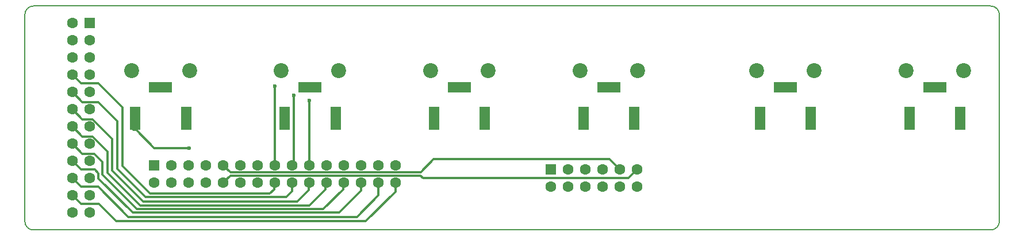
<source format=gbl>
G04*
G04 #@! TF.GenerationSoftware,Altium Limited,Altium Designer,21.9.2 (33)*
G04*
G04 Layer_Physical_Order=4*
G04 Layer_Color=16711680*
%FSLAX44Y44*%
%MOMM*%
G71*
G04*
G04 #@! TF.SameCoordinates,BC968A4A-1985-48CF-B565-52BB1D58B011*
G04*
G04*
G04 #@! TF.FilePolarity,Positive*
G04*
G01*
G75*
%ADD10C,0.1270*%
%ADD17C,0.3048*%
%ADD18C,2.2000*%
%ADD19R,1.6000X3.5000*%
%ADD20R,3.5000X1.6000*%
%ADD21R,1.6000X1.6000*%
%ADD22C,1.6000*%
%ADD23R,1.6000X1.6000*%
%ADD24C,0.6000*%
D10*
X-0Y12700D02*
G03*
X12700Y0I12700J0D01*
G01*
Y330200D02*
G03*
X0Y317500I0J-12700D01*
G01*
X1422400Y-0D02*
G03*
X1435100Y12700I0J12700D01*
G01*
X1435100Y317500D02*
G03*
X1422400Y330200I-12700J0D01*
G01*
X0Y12700D02*
Y317500D01*
X12700Y330200D02*
X1422400D01*
X12700Y0D02*
X1422400D01*
X1435100Y12700D02*
Y317500D01*
D17*
X368300Y95250D02*
Y212090D01*
X396240Y103511D02*
Y198120D01*
X184150Y53340D02*
X360680D01*
X366903Y59563D01*
Y68453D02*
X368300Y69850D01*
X366903Y59563D02*
Y68453D01*
X114300Y81280D02*
Y100330D01*
X102490Y112140D02*
X114300Y100330D01*
Y81280D02*
X165100Y30480D01*
X439674D01*
X121920Y83820D02*
X170180Y35560D01*
X418846D01*
X121920Y83820D02*
Y115236D01*
X173990Y41910D02*
X401320D01*
X128270Y87630D02*
Y134286D01*
Y87630D02*
X173990Y41910D01*
X99616Y137540D02*
X121920Y115236D01*
X99616Y162940D02*
X128270Y134286D01*
X135890Y90170D02*
X177800Y48260D01*
X135890Y90170D02*
Y160392D01*
X107942Y188340D02*
X135890Y160392D01*
X143510Y93980D02*
Y180340D01*
X107950Y215900D02*
X143510Y180340D01*
Y93980D02*
X184150Y53340D01*
X82550Y63500D02*
X107950D01*
X152400Y19050D02*
X488950D01*
X107950Y63500D02*
X152400Y19050D01*
X108458Y75692D02*
Y83312D01*
X158750Y25400D02*
X462788D01*
X108458Y75692D02*
X158750Y25400D01*
X177800Y48260D02*
X384810D01*
X462788Y25400D02*
X495300Y57912D01*
X439674Y30480D02*
X468630Y59436D01*
X418846Y35560D02*
X442976Y59690D01*
X401320Y41910D02*
X418474Y59064D01*
X384810Y48260D02*
X393700Y57150D01*
X134620Y12700D02*
X502158D01*
X109220Y38100D02*
X134620Y12700D01*
X502158D02*
X546100Y56642D01*
X488950Y19050D02*
X520700Y50800D01*
X82550Y38100D02*
X109220D01*
X396178Y103450D02*
X396240Y103511D01*
X82550Y215900D02*
X107950D01*
X69850Y228600D02*
X82550Y215900D01*
X393700Y95250D02*
X396178Y97728D01*
Y103450D01*
X861060Y104140D02*
X876300Y88900D01*
X602234Y104140D02*
X861060D01*
X582804Y84710D02*
X602234Y104140D01*
X586486Y76454D02*
X889254D01*
X582550Y80390D02*
X586486Y76454D01*
X302640Y80390D02*
X582550D01*
X889254Y76454D02*
X901700Y88900D01*
X419100Y95250D02*
Y190500D01*
X302640Y84710D02*
X582804D01*
X163787Y147414D02*
X190296Y120904D01*
X242062D01*
X159476Y147414D02*
X163787D01*
X156945Y149945D02*
X159476Y147414D01*
X156945Y149945D02*
Y159445D01*
X162500Y165000D01*
X292100Y69850D02*
X302640Y80390D01*
X292100Y95250D02*
X302640Y84710D01*
X546100Y56642D02*
Y69850D01*
X495300Y57912D02*
Y69850D01*
X468630Y59436D02*
Y68580D01*
X469900Y69850D01*
X442976Y68326D02*
X444500Y69850D01*
X442976Y59690D02*
Y68326D01*
X418474Y59064D02*
Y69223D01*
X419100Y69850D01*
X102870Y88900D02*
X108458Y83312D01*
X82550Y88900D02*
X102870D01*
X84710Y112140D02*
X102490D01*
X84710Y188340D02*
X107942D01*
X69850Y203200D02*
X84710Y188340D01*
X69850Y177800D02*
X84710Y162940D01*
X99616D01*
X84710Y137540D02*
X99616D01*
X69850Y127000D02*
X84710Y112140D01*
X393700Y57150D02*
Y69850D01*
X69850Y152400D02*
X84710Y137540D01*
X69850Y76200D02*
X82550Y63500D01*
X69850Y101600D02*
X82550Y88900D01*
X520700Y50800D02*
Y69850D01*
X69850Y50800D02*
X82550Y38100D01*
D18*
X242500Y235000D02*
D03*
X157500D02*
D03*
X377500D02*
D03*
X462500D02*
D03*
X682500D02*
D03*
X597500D02*
D03*
X817500D02*
D03*
X902500D02*
D03*
X1162500D02*
D03*
X1077500D02*
D03*
X1297500D02*
D03*
X1382500D02*
D03*
D19*
X162500Y165000D02*
D03*
X237500D02*
D03*
X457500D02*
D03*
X382500D02*
D03*
X602500D02*
D03*
X677500D02*
D03*
X897500D02*
D03*
X822500D02*
D03*
X1082500D02*
D03*
X1157500D02*
D03*
X1377500D02*
D03*
X1302500D02*
D03*
D20*
X200000Y210000D02*
D03*
X420000D02*
D03*
X640000D02*
D03*
X860000D02*
D03*
X1120000D02*
D03*
X1340000D02*
D03*
D21*
X190500Y95250D02*
D03*
X774700Y88900D02*
D03*
D22*
X215900Y95250D02*
D03*
X241300D02*
D03*
X266700D02*
D03*
X292100D02*
D03*
X317500D02*
D03*
X342900D02*
D03*
X368300D02*
D03*
X393700D02*
D03*
X419100D02*
D03*
X444500D02*
D03*
X469900D02*
D03*
X495300D02*
D03*
X520700D02*
D03*
X546100D02*
D03*
X190500Y69850D02*
D03*
X368300D02*
D03*
X393700D02*
D03*
X444500D02*
D03*
X469900D02*
D03*
X495300D02*
D03*
X520700D02*
D03*
X546100D02*
D03*
X215900D02*
D03*
X241300D02*
D03*
X266700D02*
D03*
X292100D02*
D03*
X317500D02*
D03*
X342900D02*
D03*
X419100D02*
D03*
X95250Y279400D02*
D03*
Y254000D02*
D03*
Y228600D02*
D03*
Y203200D02*
D03*
Y177800D02*
D03*
Y152400D02*
D03*
Y127000D02*
D03*
Y101600D02*
D03*
Y76200D02*
D03*
Y50800D02*
D03*
Y25400D02*
D03*
X69850Y304800D02*
D03*
Y127000D02*
D03*
Y101600D02*
D03*
Y50800D02*
D03*
Y25400D02*
D03*
Y279400D02*
D03*
Y254000D02*
D03*
Y228600D02*
D03*
Y203200D02*
D03*
Y177800D02*
D03*
Y152400D02*
D03*
Y76200D02*
D03*
X800100Y88900D02*
D03*
X825500D02*
D03*
X850900D02*
D03*
X876300D02*
D03*
X901700D02*
D03*
X774700Y63500D02*
D03*
X800100D02*
D03*
X825500D02*
D03*
X850900D02*
D03*
X876300D02*
D03*
X901700D02*
D03*
D23*
X95250Y304800D02*
D03*
D24*
X368300Y212090D02*
D03*
X396240Y198120D02*
D03*
X419100Y190500D02*
D03*
X242062Y120904D02*
D03*
M02*

</source>
